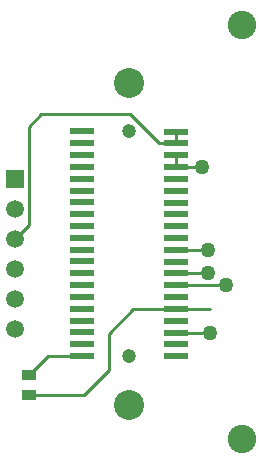
<source format=gbr>
%TF.GenerationSoftware,Altium Limited,Altium Designer,18.0.9 (584)*%
G04 Layer_Physical_Order=2*
G04 Layer_Color=16711680*
%FSLAX26Y26*%
%MOIN*%
%TF.FileFunction,Copper,L2,Bot,Signal*%
%TF.Part,Single*%
G01*
G75*
%TA.AperFunction,SMDPad,CuDef*%
%ADD10R,0.051181X0.033465*%
%TA.AperFunction,Conductor*%
%ADD13C,0.010000*%
%TA.AperFunction,WasherPad*%
%ADD14C,0.095000*%
%TA.AperFunction,ComponentPad*%
%ADD15R,0.059055X0.059055*%
%ADD16C,0.059055*%
%ADD17C,0.047000*%
%ADD18C,0.100000*%
%TA.AperFunction,ViaPad*%
%ADD19C,0.050000*%
%TA.AperFunction,ConnectorPad*%
%ADD20R,0.078740X0.024000*%
D10*
X155529Y-1262441D02*
D03*
Y-1329370D02*
D03*
D13*
X645189Y-492094D02*
X645491D01*
X588189D02*
X645189D01*
Y-452693D01*
X645491Y-925494D02*
X751317D01*
X108267Y-810236D02*
X153189Y-765313D01*
Y-435906D01*
X195189Y-393906D01*
X490001D01*
X588189Y-492094D01*
X645189Y-452693D02*
X645491D01*
Y-570894D02*
X731317D01*
X645491D02*
Y-531494D01*
Y-964894D02*
X811317D01*
X751317Y-925494D02*
Y-924803D01*
X645491Y-846693D02*
X751317D01*
X755093Y-1122494D02*
X757401Y-1124803D01*
X645491Y-1122494D02*
X755093D01*
X155529Y-1329370D02*
X337065D01*
X420529Y-1245906D01*
Y-1125906D01*
X502741Y-1043694D01*
X645491D01*
X756293D01*
X155529Y-1262441D02*
X217065Y-1200906D01*
X330769D01*
D14*
X866141Y-1476378D02*
D03*
Y-98425D02*
D03*
D15*
X108267Y-610236D02*
D03*
D16*
Y-710236D02*
D03*
Y-810236D02*
D03*
Y-910236D02*
D03*
Y-1010236D02*
D03*
Y-1110236D02*
D03*
D17*
X486529Y-1200906D02*
D03*
X488129Y-452305D02*
D03*
D18*
Y-290406D02*
D03*
Y-1362805D02*
D03*
D19*
X731317Y-570894D02*
D03*
X811317Y-964894D02*
D03*
X751317Y-924803D02*
D03*
Y-846693D02*
D03*
X757401Y-1124803D02*
D03*
D20*
X330769Y-1200906D02*
D03*
Y-1161505D02*
D03*
Y-1122105D02*
D03*
Y-1082706D02*
D03*
Y-1043305D02*
D03*
Y-1003905D02*
D03*
Y-964505D02*
D03*
Y-925106D02*
D03*
Y-885706D02*
D03*
Y-846306D02*
D03*
Y-806905D02*
D03*
Y-767505D02*
D03*
Y-728106D02*
D03*
Y-688706D02*
D03*
Y-649306D02*
D03*
Y-609905D02*
D03*
Y-570505D02*
D03*
Y-531106D02*
D03*
Y-491705D02*
D03*
Y-452305D02*
D03*
X645491Y-1201293D02*
D03*
Y-1161893D02*
D03*
Y-1122494D02*
D03*
Y-1083093D02*
D03*
Y-1043694D02*
D03*
Y-1004293D02*
D03*
Y-964894D02*
D03*
Y-925494D02*
D03*
Y-886093D02*
D03*
Y-846693D02*
D03*
Y-807293D02*
D03*
Y-767894D02*
D03*
Y-728494D02*
D03*
Y-689093D02*
D03*
Y-649693D02*
D03*
Y-610293D02*
D03*
Y-570894D02*
D03*
Y-531494D02*
D03*
Y-492094D02*
D03*
Y-452693D02*
D03*
%TF.MD5,fd762bc448f666d63cc8ac071a6f946e*%
M02*

</source>
